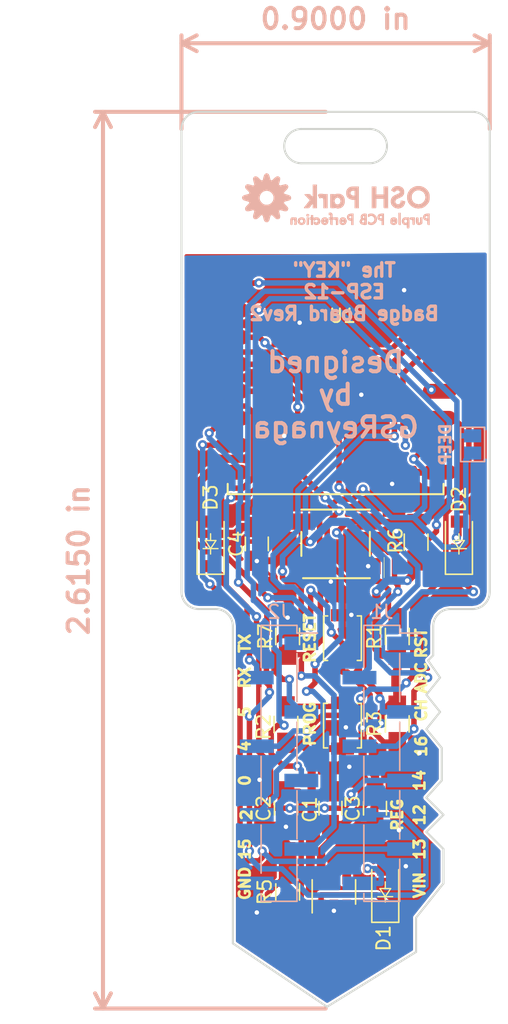
<source format=kicad_pcb>
(kicad_pcb (version 20171130) (host pcbnew 5.0-dev-unknown-d043ef5~62~ubuntu16.04.1)
  (layers (0 F.Cu signal) (31 B.Cu signal) (34 B.Paste user) (35 F.Paste user) (36 B.SilkS user) (37 F.SilkS user) (38 B.Mask user) (39 F.Mask user) (44 Edge.Cuts user))
  (net 0 "")
  (net 1 /ADC)
  (net 2 /CH_PD)
  (net 3 /GPIO16)
  (net 4 /GPIO14)
  (net 5 /GPIO12)
  (net 6 /GPIO13)
  (net 7 /3.3V)
  (net 8 /GND)
  (net 9 /GPIO15)
  (net 10 /GPIO2)
  (net 11 /GPIO0)
  (net 12 /GPIO4)
  (net 13 /GPIO5)
  (net 14 /RXD)
  (net 15 /TXD)
  (net 16 "Net-(U2-Pad4)")
  (net 17 "Net-(C2-Pad1)")
  (net 18 /VIN)
  (net 19 "Net-(R5-Pad2)")
  (net 20 /RESET_5V)
  (net 21 /RESET)
  (net 22 /RXD_5V)
  (net 23 "Net-(LED1-Pad4)")
  (net 24 /GPIO)
  (module Pin_Headers:Pin_Header_Straight_1x08_Pitch2.54mm_SMD_Pin1Left (layer B.Cu) (at 136.775 92.71 180)
    (fp_text reference J2 (at 0 11.22 180) (layer B.SilkS) (effects (justify mirror)))
    (fp_text value CONN_01X08)
    (pad 8 smd rect (at 1.655 -8.89 180) (size 2.51 1) (layers B.Cu B.Paste B.Mask) (net 8 /GND))
    (pad 6 smd rect (at 1.655 -3.81 180) (size 2.51 1) (layers B.Cu B.Paste B.Mask) (net 10 /GPIO2))
    (pad 4 smd rect (at 1.655 1.27 180) (size 2.51 1) (layers B.Cu B.Paste B.Mask) (net 12 /GPIO4))
    (pad 2 smd rect (at 1.655 6.35 180) (size 2.51 1) (layers B.Cu B.Paste B.Mask) (net 22 /RXD_5V))
    (pad 7 smd rect (at -1.655 -6.35 180) (size 2.51 1) (layers B.Cu B.Paste B.Mask) (net 9 /GPIO15))
    (pad 5 smd rect (at -1.655 -1.27 180) (size 2.51 1) (layers B.Cu B.Paste B.Mask) (net 11 /GPIO0))
    (pad 3 smd rect (at -1.655 3.81 180) (size 2.51 1) (layers B.Cu B.Paste B.Mask) (net 13 /GPIO5))
    (pad 1 smd rect (at -1.655 8.89 180) (size 2.51 1) (layers B.Cu B.Paste B.Mask) (net 15 /TXD))
  )
  (module ESP8266:ESP-12S_SMD (layer F.Cu) (at 133.985 57.15)
    (fp_text reference U1 (at 7.493 2.413) (layer F.SilkS))
    (fp_text value ESP-12)
    (pad 1 smd rect (at 0 0) (size 2.5 1.1) (drill (offset -0.7 0)) (layers F.Cu F.Paste F.Mask) (net 21 /RESET))
    (pad 2 smd oval (at 0 2) (size 2.5 1.1) (drill (offset -0.7 0)) (layers F.Cu F.Paste F.Mask) (net 1 /ADC))
    (pad 3 smd oval (at 0 4) (size 2.5 1.1) (drill (offset -0.7 0)) (layers F.Cu F.Paste F.Mask) (net 2 /CH_PD))
    (pad 4 smd oval (at 0 6) (size 2.5 1.1) (drill (offset -0.7 0)) (layers F.Cu F.Paste F.Mask) (net 3 /GPIO16))
    (pad 5 smd oval (at 0 8) (size 2.5 1.1) (drill (offset -0.7 0)) (layers F.Cu F.Paste F.Mask) (net 4 /GPIO14))
    (pad 6 smd oval (at 0 10) (size 2.5 1.1) (drill (offset -0.7 0)) (layers F.Cu F.Paste F.Mask) (net 5 /GPIO12))
    (pad 7 smd oval (at 0 12) (size 2.5 1.1) (drill (offset -0.7 0)) (layers F.Cu F.Paste F.Mask) (net 6 /GPIO13))
    (pad 8 smd oval (at 0 14) (size 2.5 1.1) (drill (offset -0.7 0)) (layers F.Cu F.Paste F.Mask) (net 7 /3.3V))
    (pad 9 smd oval (at 14 14) (size 2.5 1.1) (drill (offset 0.7 0)) (layers F.Cu F.Paste F.Mask) (net 8 /GND))
    (pad 10 smd oval (at 14 12) (size 2.5 1.1) (drill (offset 0.6 0)) (layers F.Cu F.Paste F.Mask) (net 9 /GPIO15))
    (pad 11 smd oval (at 14 10) (size 2.5 1.1) (drill (offset 0.7 0)) (layers F.Cu F.Paste F.Mask) (net 10 /GPIO2))
    (pad 12 smd oval (at 14 8) (size 2.5 1.1) (drill (offset 0.7 0)) (layers F.Cu F.Paste F.Mask) (net 11 /GPIO0))
    (pad 13 smd oval (at 14 6) (size 2.5 1.1) (drill (offset 0.7 0)) (layers F.Cu F.Paste F.Mask) (net 12 /GPIO4))
    (pad 14 smd oval (at 14 4) (size 2.5 1.1) (drill (offset 0.7 0)) (layers F.Cu F.Paste F.Mask) (net 13 /GPIO5))
    (pad 15 smd oval (at 14 2) (size 2.5 1.1) (drill (offset 0.7 0)) (layers F.Cu F.Paste F.Mask) (net 14 /RXD))
    (pad 16 smd oval (at 14 0) (size 2.5 1.1) (drill (offset 0.7 0)) (layers F.Cu F.Paste F.Mask) (net 15 /TXD))
  )
  (module Capacitors_SMD:C_0805_HandSoldering (layer F.Cu) (at 140.589 96.032 90)
    (fp_text reference C1 (at -0.107 -1.524 90) (layer F.SilkS))
    (fp_text value 1uF)
    (pad 2 smd rect (at 1.25 0 90) (size 1.5 1.25) (layers F.Cu F.Paste F.Mask) (net 8 /GND))
    (pad 1 smd rect (at -1.25 0 90) (size 1.5 1.25) (layers F.Cu F.Paste F.Mask) (net 7 /3.3V))
  )
  (module Resistors_SMD:R_0805_HandSoldering (layer F.Cu) (at 145.542 83.312 90)
    (fp_text reference R1 (at 0 -1.7 90) (layer F.SilkS))
    (fp_text value 10k)
    (pad 2 smd rect (at 1.35 0 90) (size 1.5 1.3) (layers F.Cu F.Paste F.Mask) (net 2 /CH_PD))
    (pad 1 smd rect (at -1.35 0 90) (size 1.5 1.3) (layers F.Cu F.Paste F.Mask) (net 7 /3.3V))
  )
  (module Resistors_SMD:R_0805_HandSoldering (layer F.Cu) (at 137.287 89.836 270)
    (fp_text reference R2 (at 0.174 1.651 270) (layer F.SilkS))
    (fp_text value 10k)
    (pad 1 smd rect (at -1.35 0 270) (size 1.5 1.3) (layers F.Cu F.Paste F.Mask) (net 24 /GPIO))
    (pad 2 smd rect (at 1.35 0 270) (size 1.5 1.3) (layers F.Cu F.Paste F.Mask) (net 7 /3.3V))
  )
  (module Resistors_SMD:R_0805_HandSoldering (layer F.Cu) (at 145.542 89.789 90)
    (fp_text reference R3 (at 0 -1.7 90) (layer F.SilkS))
    (fp_text value 10k)
    (pad 2 smd rect (at 1.35 0 90) (size 1.5 1.3) (layers F.Cu F.Paste F.Mask) (net 7 /3.3V))
    (pad 1 smd rect (at -1.35 0 90) (size 1.5 1.3) (layers F.Cu F.Paste F.Mask) (net 21 /RESET))
  )
  (module TO_SOT_Packages_SMD:SOT-23-5_HandSoldering (layer F.Cu) (at 140.843 102.235 90)
    (fp_text reference U2 hide)
    (fp_text value AP2112K-3.3TRG1)
    (pad 5 smd rect (at 1.35 -0.95 90) (size 1.56 0.65) (layers F.Cu F.Paste F.Mask) (net 7 /3.3V))
    (pad 4 smd rect (at 1.35 0.95 90) (size 1.56 0.65) (layers F.Cu F.Paste F.Mask) (net 16 "Net-(U2-Pad4)"))
    (pad 3 smd rect (at -1.35 0.95 90) (size 1.56 0.65) (layers F.Cu F.Paste F.Mask) (net 19 "Net-(R5-Pad2)"))
    (pad 2 smd rect (at -1.35 0 90) (size 1.56 0.65) (layers F.Cu F.Paste F.Mask) (net 8 /GND))
    (pad 1 smd rect (at -1.35 -0.95 90) (size 1.56 0.65) (layers F.Cu F.Paste F.Mask) (net 17 "Net-(C2-Pad1)"))
  )
  (module Capacitors_SMD:C_0805_HandSoldering (layer F.Cu) (at 137.287 96.032 270)
    (fp_text reference C2 (at 0.02 1.651 270) (layer F.SilkS))
    (fp_text value 10uF)
    (pad 1 smd rect (at -1.25 0 270) (size 1.5 1.25) (layers F.Cu F.Paste F.Mask) (net 17 "Net-(C2-Pad1)"))
    (pad 2 smd rect (at 1.25 0 270) (size 1.5 1.25) (layers F.Cu F.Paste F.Mask) (net 8 /GND))
  )
  (module Capacitors_SMD:C_0805_HandSoldering (layer F.Cu) (at 143.891 96.032 270)
    (fp_text reference C3 (at 0.02 1.651 270) (layer F.SilkS))
    (fp_text value 10uF)
    (pad 2 smd rect (at 1.25 0 270) (size 1.5 1.25) (layers F.Cu F.Paste F.Mask) (net 8 /GND))
    (pad 1 smd rect (at -1.25 0 270) (size 1.5 1.25) (layers F.Cu F.Paste F.Mask) (net 7 /3.3V))
  )
  (module Resistors_SMD:R_0805_HandSoldering (layer F.Cu) (at 137.414 102.235 90)
    (fp_text reference R5 (at 0 -1.7 90) (layer F.SilkS))
    (fp_text value 10k)
    (pad 2 smd rect (at 1.35 0 90) (size 1.5 1.3) (layers F.Cu F.Paste F.Mask) (net 19 "Net-(R5-Pad2)"))
    (pad 1 smd rect (at -1.35 0 90) (size 1.5 1.3) (layers F.Cu F.Paste F.Mask) (net 17 "Net-(C2-Pad1)"))
  )
  (module Connectors:GS2 (layer B.Cu) (at 151.13 69.088 180)
    (fp_text reference J3 hide)
    (fp_text value GS2)
    (pad 2 smd rect (at 0 -0.64 180) (size 1.27 0.97) (layers B.Cu B.Paste B.Mask) (net 9 /GPIO15))
    (pad 1 smd rect (at 0 0.64 180) (size 1.27 0.97) (layers B.Cu B.Paste B.Mask) (net 21 /RESET))
  )
  (module Pin_Headers:Pin_Header_Straight_1x08_Pitch2.54mm_SMD_Pin1Left (layer B.Cu) (at 144.395 92.71 180)
    (fp_text reference J1 (at 0 11.22 180) (layer B.SilkS) (effects (justify mirror)))
    (fp_text value CONN_01X08)
    (pad 8 smd rect (at 1.655 -8.89 180) (size 2.51 1) (layers B.Cu B.Paste B.Mask) (net 18 /VIN))
    (pad 6 smd rect (at 1.655 -3.81 180) (size 2.51 1) (layers B.Cu B.Paste B.Mask) (net 5 /GPIO12))
    (pad 4 smd rect (at 1.655 1.27 180) (size 2.51 1) (layers B.Cu B.Paste B.Mask) (net 3 /GPIO16))
    (pad 2 smd rect (at 1.655 6.35 180) (size 2.51 1) (layers B.Cu B.Paste B.Mask) (net 1 /ADC))
    (pad 7 smd rect (at -1.655 -6.35 180) (size 2.51 1) (layers B.Cu B.Paste B.Mask) (net 6 /GPIO13))
    (pad 5 smd rect (at -1.655 -1.27 180) (size 2.51 1) (layers B.Cu B.Paste B.Mask) (net 4 /GPIO14))
    (pad 3 smd rect (at -1.655 3.81 180) (size 2.51 1) (layers B.Cu B.Paste B.Mask) (net 2 /CH_PD))
    (pad 1 smd rect (at -1.655 8.89 180) (size 2.51 1) (layers B.Cu B.Paste B.Mask) (net 20 /RESET_5V))
  )
  (module OSHwi:D_SOD-123 (layer F.Cu) (at 144.653 102.235 90)
    (fp_text reference D1 (at -3.429 -0.127 90) (layer F.SilkS))
    (fp_text value MBR120LSFT1G hide)
    (pad 1 smd rect (at -1.65 0 90) (size 0.9 1.2) (layers F.Cu F.Paste F.Mask) (net 17 "Net-(C2-Pad1)"))
    (pad 2 smd rect (at 1.65 0 90) (size 0.9 1.2) (layers F.Cu F.Paste F.Mask) (net 18 /VIN))
  )
  (module OSHwi:D_SOD-123 (layer F.Cu) (at 150.114 76.454 90)
    (fp_text reference D2 (at 3.302 0 90) (layer F.SilkS))
    (fp_text value 1N4148 hide)
    (pad 1 smd rect (at -1.65 0 90) (size 0.9 1.2) (layers F.Cu F.Paste F.Mask) (net 20 /RESET_5V))
    (pad 2 smd rect (at 1.65 0 90) (size 0.9 1.2) (layers F.Cu F.Paste F.Mask) (net 21 /RESET))
  )
  (module OSHwi:D_SOD-123 (layer F.Cu) (at 131.699 76.454 90)
    (fp_text reference D3 (at 3.429 0 90) (layer F.SilkS))
    (fp_text value 1N4148 hide)
    (pad 1 smd rect (at -1.65 0 90) (size 0.9 1.2) (layers F.Cu F.Paste F.Mask) (net 22 /RXD_5V))
    (pad 2 smd rect (at 1.65 0 90) (size 0.9 1.2) (layers F.Cu F.Paste F.Mask) (net 14 /RXD))
  )
  (module Resistors_SMD:R_0805_HandSoldering (layer F.Cu) (at 146.939 76.327 90)
    (fp_text reference R6 (at 0.127 -1.524 90) (layer F.SilkS))
    (fp_text value 10k)
    (pad 2 smd rect (at 1.35 0 90) (size 1.5 1.3) (layers F.Cu F.Paste F.Mask) (net 10 /GPIO2))
    (pad 1 smd rect (at -1.35 0 90) (size 1.5 1.3) (layers F.Cu F.Paste F.Mask) (net 7 /3.3V))
  )
  (module Resistors_SMD:R_0805_HandSoldering (layer F.Cu) (at 137.414 83.312 270)
    (fp_text reference R7 (at 0 1.651 270) (layer F.SilkS))
    (fp_text value 10k)
    (pad 2 smd rect (at 1.35 0 270) (size 1.5 1.3) (layers F.Cu F.Paste F.Mask) (net 9 /GPIO15))
    (pad 1 smd rect (at -1.35 0 270) (size 1.5 1.3) (layers F.Cu F.Paste F.Mask) (net 8 /GND))
  )
  (module Capacitors_SMD:C_0805_HandSoldering (layer F.Cu) (at 135.128 76.454 270)
    (fp_text reference C4 (at 0 1.524 270) (layer F.SilkS))
    (fp_text value 0.1uF)
    (pad 2 smd rect (at 1.25 0 270) (size 1.5 1.25) (layers F.Cu F.Paste F.Mask) (net 8 /GND))
    (pad 1 smd rect (at -1.25 0 270) (size 1.5 1.25) (layers F.Cu F.Paste F.Mask) (net 7 /3.3V))
  )
  (module OSHwi:WS2812B (layer F.Cu) (at 140.97 76.454)
    (fp_text reference LED1)
    (fp_text value LED-RGB-WS2812B-4SMD hide)
    (pad 1 smd rect (at 2.4384 1.651) (size 1.8 1.2) (layers F.Cu F.Paste F.Mask) (net 8 /GND))
    (pad 2 smd rect (at 2.4384 -1.651) (size 1.8 1.2) (layers F.Cu F.Paste F.Mask) (net 10 /GPIO2))
    (pad 3 smd rect (at -2.4384 -1.651) (size 1.8 1.2) (layers F.Cu F.Paste F.Mask) (net 7 /3.3V))
    (pad 4 smd rect (at -2.4384 1.651) (size 1.8 1.2) (layers F.Cu F.Paste F.Mask) (net 23 "Net-(LED1-Pad4)"))
  )
  (module OSHwi:SW_SPST_B3U-1000P (layer F.Cu) (at 141.478 83.439 90)
    (fp_text reference RESET1 hide)
    (fp_text value Switch hide)
    (pad 2 smd rect (at 1.7 0 90) (size 0.9 1.7) (layers F.Cu F.Paste F.Mask) (net 8 /GND))
    (pad 1 smd rect (at -1.7 0 90) (size 0.9 1.7) (layers F.Cu F.Paste F.Mask) (net 21 /RESET))
  )
  (module OSHwi:SW_SPST_B3U-1000P (layer F.Cu) (at 141.478 89.916 270)
    (fp_text reference USER/PROG1 hide)
    (fp_text value Switch hide)
    (pad 1 smd rect (at -1.7 0 270) (size 0.9 1.7) (layers F.Cu F.Paste F.Mask) (net 24 /GPIO))
    (pad 2 smd rect (at 1.7 0 270) (size 0.9 1.7) (layers F.Cu F.Paste F.Mask) (net 8 /GND))
  )
  (module varios:OSHpark-1-2000 (layer B.Cu) (at 135.89 50.8 180)
    (fp_text reference G3*** hide)
    (fp_text value LOGO3 hide)
  )
  (module varios:OSHpark-2-1800 (layer B.Cu) (at 142.875 51.435 180)
    (fp_text reference G2*** hide)
    (fp_text value LOGO2 hide)
  )
  (gr_text PROG (at 139.065 89.789 90) (layer F.SilkS) (effects (font (size 0.8 0.8) (thickness 0.2))))
  (gr_text RESET (at 139.065 83.439 90) (layer F.SilkS) (effects (font (size 0.8 0.8) (thickness 0.2))))
  (gr_line (start 148.844 91.567) (end 147.701 90.17) (layer Edge.Cuts) (width 0.15))
  (gr_line (start 146.939 104.14) (end 146.939 106.68) (layer Edge.Cuts) (width 0.15))
  (gr_line (start 146.939 106.68) (end 140.335 110.744) (layer Edge.Cuts) (width 0.15))
  (gr_line (start 147.955 102.87) (end 146.939 104.14) (layer Edge.Cuts) (width 0.15))
  (gr_line (start 148.844 93.98) (end 148.844 91.567) (layer Edge.Cuts) (width 0.15))
  (gr_line (start 148.971 99.06) (end 148.971 101.6) (layer Edge.Cuts) (width 0.15))
  (dimension 66.421 (width 0.3) (layer B.SilkS) (gr_text "66.421 mm" (at 122.370365 77.6605 90) (layer B.SilkS) (effects (font (size 1.5 1.5) (thickness 0.3)))) (feature1 (pts (xy 140.230365 44.45) (xy 121.020365 44.45))) (feature2 (pts (xy 140.230365 110.871) (xy 121.020365 110.871))) (crossbar (pts (xy 123.720365 110.871) (xy 123.720365 44.45))) (arrow1a (pts (xy 123.720365 44.45) (xy 124.306786 45.576504))) (arrow1b (pts (xy 123.720365 44.45) (xy 123.133944 45.576504))) (arrow2a (pts (xy 123.720365 110.871) (xy 124.306786 109.744496))) (arrow2b (pts (xy 123.720365 110.871) (xy 123.133944 109.744496))))
  (dimension 22.86 (width 0.3) (layer B.SilkS) (gr_text "22.860 mm" (at 140.97 38.02) (layer B.SilkS) (effects (font (size 1.5 1.5) (thickness 0.3)))) (feature1 (pts (xy 152.4 45.72) (xy 152.4 36.67))) (feature2 (pts (xy 129.54 45.72) (xy 129.54 36.67))) (crossbar (pts (xy 129.54 39.37) (xy 152.4 39.37))) (arrow1a (pts (xy 152.4 39.37) (xy 151.273496 39.956421))) (arrow1b (pts (xy 152.4 39.37) (xy 151.273496 38.783579))) (arrow2a (pts (xy 129.54 39.37) (xy 130.666504 39.956421))) (arrow2b (pts (xy 129.54 39.37) (xy 130.666504 38.783579))))
  (gr_line (start 143.51 48.26) (end 138.43 48.26) (layer Edge.Cuts) (width 0.15))
  (gr_line (start 138.43 45.72) (end 143.51 45.72) (layer Edge.Cuts) (width 0.15))
  (gr_arc (start 143.51 46.99) (end 143.51 48.26) (angle -180) (layer Edge.Cuts) (width 0.15))
  (gr_arc (start 138.43 46.99) (end 138.43 45.72) (angle -180) (layer Edge.Cuts) (width 0.15))
  (gr_line (start 129.54 46.99) (end 129.54 45.72) (layer Edge.Cuts) (width 0.15))
  (gr_line (start 152.4 45.72) (end 152.4 46.99) (layer Edge.Cuts) (width 0.15))
  (gr_line (start 129.54 57.15) (end 129.54 46.99) (layer Edge.Cuts) (width 0.15))
  (gr_line (start 152.4 46.99) (end 152.4 57.15) (layer Edge.Cuts) (width 0.15))
  (gr_line (start 133.35 103.505) (end 133.35 106.045) (layer Edge.Cuts) (width 0.15))
  (gr_text REG (at 145.542 96.52 90) (layer F.SilkS) (effects (font (size 0.8 0.8) (thickness 0.2))))
  (gr_text DEEP (at 149.098 69.088 90) (layer B.SilkS) (effects (font (size 0.8 0.8) (thickness 0.2)) (justify mirror)))
  (gr_line (start 147.828 85.09) (end 148.209 84.709) (layer Edge.Cuts) (width 0.15))
  (gr_line (start 148.717 86.36) (end 147.828 85.09) (layer Edge.Cuts) (width 0.15))
  (gr_line (start 147.701 87.63) (end 148.717 86.36) (layer Edge.Cuts) (width 0.15))
  (gr_line (start 148.717 88.9) (end 147.701 87.63) (layer Edge.Cuts) (width 0.15))
  (gr_line (start 147.701 90.17) (end 148.717 88.9) (layer Edge.Cuts) (width 0.15))
  (gr_line (start 147.701 95.25) (end 148.844 93.98) (layer Edge.Cuts) (width 0.15))
  (gr_line (start 148.971 96.52) (end 147.701 95.25) (layer Edge.Cuts) (width 0.15))
  (gr_line (start 147.701 97.79) (end 148.971 96.52) (layer Edge.Cuts) (width 0.15))
  (gr_line (start 148.971 99.06) (end 147.701 97.79) (layer Edge.Cuts) (width 0.15))
  (gr_line (start 148.971 101.6) (end 147.955 102.87) (layer Edge.Cuts) (width 0.15))
  (gr_line (start 149.479 81.28) (end 151.13 81.28) (layer Edge.Cuts) (width 0.15))
  (gr_line (start 133.35 106.045) (end 140.335 110.744) (layer Edge.Cuts) (width 0.15))
  (gr_line (start 133.35 82.55) (end 133.35 103.505) (layer Edge.Cuts) (width 0.15))
  (gr_line (start 130.81 81.28) (end 132.08 81.28) (layer Edge.Cuts) (width 0.15))
  (gr_line (start 129.54 57.15) (end 129.54 80.01) (layer Edge.Cuts) (width 0.15))
  (gr_line (start 151.13 44.45) (end 130.81 44.45) (layer Edge.Cuts) (width 0.15))
  (gr_line (start 152.4 80.01) (end 152.4 57.15) (layer Edge.Cuts) (width 0.15))
  (gr_line (start 148.209 84.709) (end 148.209 82.55) (layer Edge.Cuts) (width 0.15))
  (gr_arc (start 149.479 82.55) (end 149.479 81.28) (angle -90) (layer Edge.Cuts) (width 0.15))
  (gr_arc (start 132.08 82.55) (end 133.35 82.55) (angle -90) (layer Edge.Cuts) (width 0.15))
  (gr_arc (start 130.81 80.01) (end 129.54 80.01) (angle -90) (layer Edge.Cuts) (width 0.15))
  (gr_arc (start 130.81 45.72) (end 130.81 44.45) (angle -90) (layer Edge.Cuts) (width 0.15))
  (gr_arc (start 151.13 45.72) (end 152.4 45.72) (angle -90) (layer Edge.Cuts) (width 0.15))
  (gr_arc (start 151.13 80.01) (end 151.13 81.28) (angle -90) (layer Edge.Cuts) (width 0.15))
  (gr_text GND (at 134.239 101.6 90) (layer F.SilkS) (effects (font (size 0.8 0.8) (thickness 0.2))))
  (gr_text 15 (at 134.239 99.06 90) (layer F.SilkS) (effects (font (size 0.8 0.8) (thickness 0.2))))
  (gr_text 2 (at 134.366 96.52 90) (layer F.SilkS) (effects (font (size 0.8 0.8) (thickness 0.2))))
  (gr_text VIN (at 147.193 101.727 90) (layer F.SilkS) (effects (font (size 0.8 0.8) (thickness 0.2))))
  (gr_text 13 (at 147.193 99.06 90) (layer F.SilkS) (effects (font (size 0.8 0.8) (thickness 0.2))))
  (gr_text 12 (at 147.193 96.52 90) (layer F.SilkS) (effects (font (size 0.8 0.8) (thickness 0.2))))
  (gr_text 14 (at 147.193 93.98 90) (layer F.SilkS) (effects (font (size 0.8 0.8) (thickness 0.2))))
  (gr_text 16 (at 147.32 91.44 90) (layer F.SilkS) (effects (font (size 0.8 0.8) (thickness 0.2))))
  (gr_text CH (at 147.32 88.773 90) (layer F.SilkS) (effects (font (size 0.8 0.8) (thickness 0.2))))
  (gr_text 0 (at 134.239 93.98 90) (layer F.SilkS) (effects (font (size 0.8 0.8) (thickness 0.2))))
  (gr_text 4 (at 134.239 91.44 90) (layer F.SilkS) (effects (font (size 0.8 0.8) (thickness 0.2))))
  (gr_text 5 (at 134.239 88.9 90) (layer F.SilkS) (effects (font (size 0.8 0.8) (thickness 0.2))))
  (gr_text RX (at 134.239 86.36 90) (layer F.SilkS) (effects (font (size 0.8 0.8) (thickness 0.2))))
  (gr_text TX (at 134.239 83.82 90) (layer F.SilkS) (effects (font (size 0.8 0.8) (thickness 0.2))))
  (gr_text ADC (at 147.32 86.36 90) (layer F.SilkS) (effects (font (size 0.8 0.8) (thickness 0.2))))
  (gr_text "The \"KEY\"\nESP-12\nBadge Board Rev2" (at 141.605 57.785) (layer B.SilkS) (effects (font (size 1 1) (thickness 0.25)) (justify mirror)))
  (gr_text RST (at 147.32 83.82 90) (layer F.SilkS) (effects (font (size 0.8 0.8) (thickness 0.2))))
  (gr_text "Designed\nby\nGSReynaga" (at 140.97 65.405) (layer B.SilkS) (effects (font (size 1.5 1.5) (thickness 0.3)) (justify mirror)))
  (segment (start 145.58517 79.510337) (end 145.58517 79.99527) (width 0.406) (layer F.Cu) (net 1))
  (segment (start 145.3388 79.263967) (end 145.58517 79.510337) (width 0.406) (layer F.Cu) (net 1))
  (segment (start 147.700293 76.2762) (end 146.2532 76.2762) (width 0.406) (layer F.Cu) (net 1))
  (segment (start 146.2532 76.2762) (end 145.3388 77.1906) (width 0.406) (layer F.Cu) (net 1))
  (segment (start 148.448975 75.042585) (end 148.448975 75.527518) (width 0.406) (layer F.Cu) (net 1))
  (segment (start 148.448975 75.527518) (end 147.700293 76.2762) (width 0.406) (layer F.Cu) (net 1))
  (segment (start 145.3388 77.1906) (end 145.3388 79.263967) (width 0.406) (layer F.Cu) (net 1))
  (segment (start 149.40589 67.36389) (end 149.40589 73.600737) (width 0.406) (layer B.Cu) (net 1))
  (segment (start 140.335 58.293) (end 149.40589 67.36389) (width 0.406) (layer B.Cu) (net 1))
  (segment (start 136.1132 58.293) (end 140.335 58.293) (width 0.406) (layer B.Cu) (net 1))
  (segment (start 135.2818 59.1244) (end 136.1132 58.293) (width 0.406) (layer B.Cu) (net 1))
  (segment (start 149.40589 73.600737) (end 148.448975 74.557652) (width 0.406) (layer B.Cu) (net 1))
  (segment (start 148.448975 74.557652) (end 148.448975 75.042585) (width 0.406) (layer B.Cu) (net 1))
  (segment (start 142.74 86.36) (end 143.4592 85.6408) (width 0.406) (layer B.Cu) (net 1))
  (segment (start 143.4592 85.6408) (end 143.4592 82.12124) (width 0.406) (layer B.Cu) (net 1))
  (segment (start 143.4592 82.12124) (end 145.242271 80.338169) (width 0.406) (layer B.Cu) (net 1))
  (segment (start 145.242271 80.338169) (end 145.58517 79.99527) (width 0.406) (layer B.Cu) (net 1))
  (via (at 145.58517 79.99527) (size 0.6858) (drill 0.3302) (layers F.Cu B.Cu) (net 1))
  (segment (start 140.398697 76.408188) (end 140.345412 76.354903) (width 0.406) (layer F.Cu) (net 2))
  (via (at 140.19532 73.04037) (size 0.6858) (drill 0.3302) (layers F.Cu B.Cu) (net 2))
  (segment (start 140.398697 77.764597) (end 140.398697 76.408188) (width 0.406) (layer F.Cu) (net 2))
  (segment (start 139.852421 72.697471) (end 140.19532 73.04037) (width 0.406) (layer F.Cu) (net 2))
  (segment (start 141.226153 74.020566) (end 140.245957 73.04037) (width 0.406) (layer B.Cu) (net 2))
  (segment (start 140.883254 74.363465) (end 141.226153 74.020566) (width 0.406) (layer F.Cu) (net 2))
  (segment (start 138.159 66.3112) (end 138.159 71.00405) (width 0.406) (layer F.Cu) (net 2))
  (segment (start 140.345412 74.901307) (end 140.883254 74.363465) (width 0.406) (layer F.Cu) (net 2))
  (segment (start 143.2956 80.6615) (end 140.398697 77.764597) (width 0.406) (layer F.Cu) (net 2))
  (via (at 141.226153 74.020566) (size 0.6858) (drill 0.3302) (layers F.Cu B.Cu) (net 2))
  (segment (start 140.245957 73.04037) (end 140.19532 73.04037) (width 0.406) (layer B.Cu) (net 2))
  (segment (start 138.159 71.00405) (end 139.852421 72.697471) (width 0.406) (layer F.Cu) (net 2))
  (segment (start 140.345412 76.354903) (end 140.345412 74.901307) (width 0.406) (layer F.Cu) (net 2))
  (segment (start 143.2956 80.6615) (end 143.2956 79.6833) (width 0.406) (layer F.Cu) (net 2))
  (segment (start 144.886869 79.849169) (end 144.886869 81.306869) (width 0.406) (layer F.Cu) (net 2))
  (segment (start 143.7531 79.2258) (end 144.2635 79.2258) (width 0.406) (layer F.Cu) (net 2))
  (segment (start 144.886869 81.306869) (end 145.542 81.962) (width 0.406) (layer F.Cu) (net 2))
  (segment (start 143.2956 79.6833) (end 143.7531 79.2258) (width 0.406) (layer F.Cu) (net 2))
  (segment (start 144.2635 79.2258) (end 144.886869 79.849169) (width 0.406) (layer F.Cu) (net 2))
  (segment (start 146.304 80.264) (end 147.066 79.502) (width 0.4064) (layer B.Cu) (net 3))
  (segment (start 147.066 79.502) (end 147.066 78.105) (width 0.4064) (layer B.Cu) (net 3))
  (segment (start 147.066 78.105) (end 146.2278 77.2668) (width 0.4064) (layer B.Cu) (net 3))
  (segment (start 146.2278 77.2668) (end 141.566899 72.605899) (width 0.406) (layer B.Cu) (net 3))
  (segment (start 141.566899 72.605899) (end 141.224 72.263) (width 0.406) (layer B.Cu) (net 3))
  (segment (start 144.018 82.55) (end 146.304 80.264) (width 0.406) (layer B.Cu) (net 3))
  (segment (start 144.018 84.963) (end 144.018 82.55) (width 0.406) (layer B.Cu) (net 3))
  (segment (start 147.455901 86.008801) (end 145.063801 86.008801) (width 0.406) (layer B.Cu) (net 3))
  (segment (start 147.7988 86.3517) (end 147.455901 86.008801) (width 0.406) (layer B.Cu) (net 3))
  (segment (start 145.063801 86.008801) (end 144.018 84.963) (width 0.406) (layer B.Cu) (net 3))
  (segment (start 132.867211 79.603411) (end 134.759701 81.495901) (width 0.406) (layer B.Cu) (net 4))
  (segment (start 135.278823 91.870815) (end 135.278823 82.499956) (width 0.4064) (layer F.Cu) (net 4))
  (segment (start 135.278823 82.499956) (end 135.1026 82.323733) (width 0.4064) (layer F.Cu) (net 4))
  (segment (start 135.1026 82.323733) (end 135.1026 81.8388) (width 0.4064) (layer F.Cu) (net 4))
  (segment (start 132.867211 73.367899) (end 132.867211 79.603411) (width 0.406) (layer B.Cu) (net 4))
  (segment (start 136.144 95.885) (end 136.144 92.735992) (width 0.4064) (layer F.Cu) (net 4))
  (segment (start 134.759701 81.495901) (end 135.1026 81.8388) (width 0.406) (layer B.Cu) (net 4))
  (segment (start 133.21011 73.025) (end 132.867211 73.367899) (width 0.406) (layer B.Cu) (net 4))
  (via (at 135.1026 81.8388) (size 0.6858) (drill 0.3302) (layers F.Cu B.Cu) (net 4))
  (segment (start 136.672 96.032) (end 136.291 96.032) (width 0.4064) (layer F.Cu) (net 4))
  (segment (start 136.291 96.032) (end 136.144 95.885) (width 0.4064) (layer F.Cu) (net 4))
  (segment (start 136.144 92.735992) (end 135.278823 91.870815) (width 0.4064) (layer F.Cu) (net 4))
  (via (at 133.21011 73.025) (size 0.6858) (drill 0.3302) (layers F.Cu B.Cu) (net 4))
  (segment (start 134.342933 73.025) (end 133.695043 73.025) (width 0.406) (layer F.Cu) (net 4))
  (segment (start 133.985 65.15) (end 134.8907 65.15) (width 0.406) (layer F.Cu) (net 4))
  (segment (start 135.4976 65.7569) (end 135.4976 71.870333) (width 0.406) (layer F.Cu) (net 4))
  (segment (start 134.8907 65.15) (end 135.4976 65.7569) (width 0.406) (layer F.Cu) (net 4))
  (segment (start 133.695043 73.025) (end 133.21011 73.025) (width 0.406) (layer F.Cu) (net 4))
  (segment (start 135.4976 71.870333) (end 134.342933 73.025) (width 0.406) (layer F.Cu) (net 4))
  (segment (start 135.876013 81.400647) (end 135.876013 83.130724) (width 0.406) (layer F.Cu) (net 5))
  (segment (start 135.876013 83.130724) (end 135.837434 83.169303) (width 0.406) (layer F.Cu) (net 5))
  (segment (start 136.06641 86.968634) (end 136.06641 87.453567) (width 0.406) (layer F.Cu) (net 5))
  (segment (start 133.768521 79.293155) (end 135.876013 81.400647) (width 0.406) (layer F.Cu) (net 5))
  (segment (start 135.837434 86.739658) (end 136.06641 86.968634) (width 0.406) (layer F.Cu) (net 5))
  (segment (start 135.837434 83.169303) (end 135.837434 86.739658) (width 0.406) (layer F.Cu) (net 5))
  (segment (start 134.58032 89.2334) (end 136.06641 87.74731) (width 0.406) (layer B.Cu) (net 5))
  (segment (start 136.06641 87.74731) (end 136.06641 87.453567) (width 0.406) (layer B.Cu) (net 5))
  (via (at 136.06641 87.453567) (size 0.6858) (drill 0.3302) (layers F.Cu B.Cu) (net 5))
  (segment (start 133.908412 73.360186) (end 133.768521 73.500077) (width 0.406) (layer B.Cu) (net 5))
  (segment (start 133.908412 70.916412) (end 133.908412 73.360186) (width 0.406) (layer B.Cu) (net 5))
  (segment (start 131.5974 68.6054) (end 133.908412 70.916412) (width 0.406) (layer B.Cu) (net 5))
  (segment (start 133.768521 78.808222) (end 133.768521 79.293155) (width 0.406) (layer B.Cu) (net 5))
  (segment (start 131.5974 68.2498) (end 131.5974 68.6054) (width 0.406) (layer B.Cu) (net 5))
  (segment (start 133.768521 73.500077) (end 133.768521 78.808222) (width 0.406) (layer B.Cu) (net 5))
  (via (at 133.768521 79.293155) (size 0.6858) (drill 0.3302) (layers F.Cu B.Cu) (net 5))
  (segment (start 133.985 67.15) (end 132.6972 67.15) (width 0.406) (layer F.Cu) (net 5))
  (segment (start 132.6972 67.15) (end 131.940299 67.906901) (width 0.406) (layer F.Cu) (net 5))
  (segment (start 131.940299 67.906901) (end 131.5974 68.2498) (width 0.406) (layer F.Cu) (net 5))
  (via (at 131.5974 68.2498) (size 0.6858) (drill 0.3302) (layers F.Cu B.Cu) (net 5))
  (segment (start 131.991099 79.768699) (end 131.6482 79.4258) (width 0.406) (layer F.Cu) (net 6))
  (segment (start 133.88201 99.59801) (end 133.88201 82.736156) (width 0.406) (layer F.Cu) (net 6))
  (segment (start 134.2146 99.9306) (end 133.88201 99.59801) (width 0.406) (layer F.Cu) (net 6))
  (segment (start 135.5259 99.692433) (end 135.287733 99.9306) (width 0.406) (layer F.Cu) (net 6))
  (segment (start 135.287733 99.9306) (end 134.2146 99.9306) (width 0.406) (layer F.Cu) (net 6))
  (segment (start 135.5259 99.2075) (end 135.5259 99.692433) (width 0.406) (layer F.Cu) (net 6))
  (segment (start 133.845888 82.199541) (end 133.845888 81.623488) (width 0.406) (layer F.Cu) (net 6))
  (segment (start 133.845888 81.623488) (end 131.991099 79.768699) (width 0.406) (layer F.Cu) (net 6))
  (segment (start 133.88201 82.736156) (end 133.903337 82.709413) (width 0.406) (layer F.Cu) (net 6))
  (segment (start 133.903337 82.709413) (end 133.845888 82.199541) (width 0.406) (layer F.Cu) (net 6))
  (via (at 131.6482 79.4258) (size 0.6858) (drill 0.3302) (layers F.Cu B.Cu) (net 6))
  (segment (start 131.1094 69.1114) (end 131.1094 78.887) (width 0.406) (layer B.Cu) (net 6))
  (segment (start 131.1094 78.887) (end 131.305301 79.082901) (width 0.406) (layer B.Cu) (net 6))
  (segment (start 131.305301 79.082901) (end 131.6482 79.4258) (width 0.406) (layer B.Cu) (net 6))
  (segment (start 135.5259 99.2075) (end 136.2846 99.9662) (width 0.406) (layer B.Cu) (net 6))
  (segment (start 136.2846 99.9662) (end 140.0638 99.9662) (width 0.406) (layer B.Cu) (net 6))
  (segment (start 140.0638 99.9662) (end 140.97 99.06) (width 0.406) (layer B.Cu) (net 6))
  (segment (start 140.97 99.06) (end 146.05 99.06) (width 0.406) (layer B.Cu) (net 6))
  (segment (start 144.7292 77.724) (end 141.825868 74.820668) (width 0.6096) (layer B.Cu) (net 7))
  (segment (start 144.7292 79.2435) (end 144.7292 77.724) (width 0.6096) (layer B.Cu) (net 7))
  (segment (start 144.8009 79.1718) (end 144.7292 79.2435) (width 0.6096) (layer B.Cu) (net 7))
  (segment (start 146.2786 79.1718) (end 144.8009 79.1718) (width 0.6096) (layer B.Cu) (net 7))
  (segment (start 141.825868 74.820668) (end 140.571453 74.820668) (width 0.6096) (layer B.Cu) (net 7))
  (segment (start 140.571453 74.820668) (end 139.087474 76.304647) (width 0.6096) (layer B.Cu) (net 7))
  (segment (start 146.939 78.5114) (end 146.939 77.677) (width 0.6096) (layer F.Cu) (net 7))
  (via (at 146.2786 79.1718) (size 0.6858) (drill 0.3302) (layers F.Cu B.Cu) (net 7))
  (segment (start 146.2786 79.1718) (end 146.939 78.5114) (width 0.6096) (layer F.Cu) (net 7))
  (segment (start 144.6022 79.3705) (end 143.9942 79.9785) (width 0.6096) (layer B.Cu) (net 7))
  (segment (start 138.5316 74.803) (end 138.5316 76.0126) (width 0.6096) (layer F.Cu) (net 7))
  (segment (start 138.823647 76.304647) (end 139.087474 76.304647) (width 0.6096) (layer F.Cu) (net 7))
  (via (at 139.087474 76.304647) (size 0.6858) (drill 0.3302) (layers F.Cu B.Cu) (net 7))
  (segment (start 138.5316 76.0126) (end 138.823647 76.304647) (width 0.6096) (layer F.Cu) (net 7))
  (via (at 145.46428 75.51572) (size 0.6858) (drill 0.3302) (layers F.Cu B.Cu) (net 8))
  (via (at 140.6144 79.248) (size 0.6858) (drill 0.3302) (layers F.Cu B.Cu) (net 8))
  (via (at 135.3312 93.9292) (size 0.6858) (drill 0.3302) (layers F.Cu B.Cu) (net 8))
  (via (at 142.1384 81.7118) (size 0.6858) (drill 0.3302) (layers F.Cu B.Cu) (net 8))
  (segment (start 137.287011 79.705211) (end 137.072218 79.705211) (width 0.2032) (layer F.Cu) (net 8))
  (segment (start 137.072218 79.705211) (end 135.470899 78.103892) (width 0.2032) (layer F.Cu) (net 8))
  (segment (start 135.470899 78.103892) (end 135.470899 78.066899) (width 0.2032) (layer F.Cu) (net 8))
  (segment (start 137.766001 80.184201) (end 137.287011 79.705211) (width 0.2032) (layer F.Cu) (net 8))
  (segment (start 135.470899 78.066899) (end 135.128 77.724) (width 0.2032) (layer F.Cu) (net 8))
  (segment (start 137.766001 81.562999) (end 137.766001 80.184201) (width 0.2032) (layer F.Cu) (net 8))
  (segment (start 137.414 81.915) (end 137.766001 81.562999) (width 0.2032) (layer F.Cu) (net 8))
  (via (at 143.383 78.105) (size 0.6858) (drill 0.3302) (layers F.Cu B.Cu) (net 8))
  (via (at 148.448975 75.042585) (size 0.6858) (drill 0.3302) (layers F.Cu B.Cu) (net 1))
  (segment (start 141.224 68.3851) (end 141.224 71.778067) (width 0.406) (layer F.Cu) (net 3))
  (segment (start 135.9889 63.15) (end 141.224 68.3851) (width 0.406) (layer F.Cu) (net 3))
  (segment (start 141.224 71.778067) (end 141.224 72.263) (width 0.406) (layer F.Cu) (net 3))
  (segment (start 133.985 63.15) (end 135.9889 63.15) (width 0.406) (layer F.Cu) (net 3))
  (via (at 141.224 72.263) (size 0.6858) (drill 0.3302) (layers F.Cu B.Cu) (net 3))
  (segment (start 137.5752 96.032) (end 136.672 96.032) (width 0.406) (layer F.Cu) (net 4))
  (segment (start 142.113 95.480933) (end 142.113 94.996) (width 0.406) (layer F.Cu) (net 4))
  (segment (start 141.561933 96.032) (end 142.113 95.480933) (width 0.406) (layer F.Cu) (net 4))
  (via (at 142.113 94.996) (size 0.6858) (drill 0.3302) (layers F.Cu B.Cu) (net 4))
  (segment (start 146.05 93.98) (end 143.129 93.98) (width 0.406) (layer B.Cu) (net 4))
  (segment (start 143.129 93.98) (end 142.455899 94.653101) (width 0.406) (layer B.Cu) (net 4))
  (segment (start 140.1545 96.032) (end 141.561933 96.032) (width 0.406) (layer F.Cu) (net 4))
  (segment (start 142.455899 94.653101) (end 142.113 94.996) (width 0.406) (layer B.Cu) (net 4))
  (via (at 140.1545 96.032) (size 0.6858) (layers F.Cu B.Cu) (net 4))
  (via (at 137.5752 96.032) (size 0.6858) (layers F.Cu B.Cu) (net 4))
  (segment (start 137.5752 96.032) (end 140.1545 96.032) (width 0.406) (layer B.Cu) (net 4))
  (segment (start 134.58032 99.692433) (end 134.58032 99.2075) (width 0.406) (layer B.Cu) (net 5))
  (segment (start 135.412887 100.525) (end 134.58032 99.692433) (width 0.406) (layer B.Cu) (net 5))
  (via (at 134.58032 99.2075) (size 0.6858) (drill 0.3302) (layers F.Cu B.Cu) (net 5))
  (via (at 134.58032 89.2334) (size 0.6858) (drill 0.3302) (layers F.Cu B.Cu) (net 5))
  (segment (start 136.9992 100.525) (end 135.412887 100.525) (width 0.406) (layer B.Cu) (net 5))
  (segment (start 144.9316 102.4691) (end 138.9433 102.4691) (width 0.406) (layer B.Cu) (net 5))
  (segment (start 138.9433 102.4691) (end 136.9992 100.525) (width 0.406) (layer B.Cu) (net 5))
  (segment (start 134.58032 98.722567) (end 134.58032 89.2334) (width 0.406) (layer F.Cu) (net 5))
  (segment (start 134.58032 99.2075) (end 134.58032 98.722567) (width 0.406) (layer F.Cu) (net 5))
  (via (at 146.05 57.658) (size 0.6858) (drill 0.3302) (layers F.Cu B.Cu) (net 8))
  (via (at 137.414 81.915) (size 0.6858) (drill 0.3302) (layers F.Cu B.Cu) (net 8))
  (segment (start 146.9589 102.4691) (end 147.6608 101.7672) (width 0.4064) (layer B.Cu) (net 5))
  (segment (start 147.6608 101.7672) (end 147.6608 99.935722) (width 0.4064) (layer B.Cu) (net 5))
  (segment (start 144.9316 102.4691) (end 146.9589 102.4691) (width 0.4064) (layer B.Cu) (net 5))
  (segment (start 147.6608 99.7399) (end 147.6608 99.935722) (width 0.406) (layer B.Cu) (net 5))
  (segment (start 147.6608 99.935722) (end 147.6608 98.4064) (width 0.406) (layer B.Cu) (net 5))
  (via (at 141.732 90.043) (size 0.6858) (drill 0.3302) (layers F.Cu B.Cu) (net 8))
  (via (at 146.177 100.33) (size 0.6858) (drill 0.3302) (layers F.Cu B.Cu) (net 8))
  (via (at 141.986 92.964) (size 0.6858) (drill 0.3302) (layers F.Cu B.Cu) (net 8))
  (via (at 137.287 97.409) (size 0.6858) (drill 0.3302) (layers F.Cu B.Cu) (net 8))
  (segment (start 139.192 96.9675) (end 139.5065 97.282) (width 0.6096) (layer F.Cu) (net 7))
  (segment (start 138.3945 91.186) (end 139.192 91.9835) (width 0.6096) (layer F.Cu) (net 7))
  (segment (start 139.192 91.9835) (end 139.192 96.9675) (width 0.6096) (layer F.Cu) (net 7))
  (segment (start 137.287 91.186) (end 138.3945 91.186) (width 0.6096) (layer F.Cu) (net 7))
  (segment (start 139.5065 97.282) (end 140.589 97.282) (width 0.6096) (layer F.Cu) (net 7))
  (segment (start 143.891 94.907) (end 141.516 97.282) (width 0.6096) (layer F.Cu) (net 7))
  (segment (start 141.516 97.282) (end 140.589 97.282) (width 0.6096) (layer F.Cu) (net 7))
  (segment (start 143.891 94.782) (end 143.891 94.907) (width 0.6096) (layer F.Cu) (net 7))
  (via (at 145.669 97.663) (size 0.6858) (drill 0.3302) (layers F.Cu B.Cu) (net 8))
  (via (at 147.193 91.948) (size 0.6858) (drill 0.3302) (layers F.Cu B.Cu) (net 8))
  (via (at 135.128 77.724) (size 0.6858) (drill 0.3302) (layers F.Cu B.Cu) (net 8))
  (via (at 137.16 68.453) (size 0.6858) (drill 0.3302) (layers F.Cu B.Cu) (net 8))
  (via (at 138.303 60.071) (size 0.6858) (drill 0.3302) (layers F.Cu B.Cu) (net 8))
  (via (at 142.875 65.405) (size 0.6858) (drill 0.3302) (layers F.Cu B.Cu) (net 8))
  (via (at 145.161 72.009) (size 0.6858) (drill 0.3302) (layers F.Cu B.Cu) (net 8))
  (via (at 140.843 103.632) (size 0.6858) (drill 0.3302) (layers F.Cu B.Cu) (net 8))
  (via (at 135.2818 59.1244) (size 0.6858) (layers F.Cu B.Cu) (net 1))
  (segment (start 135.2562 59.15) (end 135.2818 59.1244) (width 0.406) (layer F.Cu) (net 1))
  (segment (start 133.985 59.15) (end 135.2562 59.15) (width 0.406) (layer F.Cu) (net 1))
  (via (at 144.2454 87.9147) (size 0.6858) (layers F.Cu B.Cu) (net 2))
  (via (at 135.7307 61.5551) (size 0.6858) (layers F.Cu B.Cu) (net 2))
  (via (at 138.159 66.3112) (size 0.6858) (layers F.Cu B.Cu) (net 2))
  (segment (start 146.05 88.9) (end 144.4393 88.9) (width 0.406) (layer B.Cu) (net 2))
  (segment (start 144.4393 88.1086) (end 144.2454 87.9147) (width 0.406) (layer B.Cu) (net 2))
  (segment (start 144.4393 88.9) (end 144.4393 88.1086) (width 0.406) (layer B.Cu) (net 2))
  (segment (start 135.3256 61.15) (end 135.7307 61.5551) (width 0.406) (layer F.Cu) (net 2))
  (segment (start 133.985 61.15) (end 135.3256 61.15) (width 0.406) (layer F.Cu) (net 2))
  (segment (start 138.159 63.9834) (end 138.159 66.3112) (width 0.406) (layer B.Cu) (net 2))
  (segment (start 135.7307 61.5551) (end 138.159 63.9834) (width 0.406) (layer B.Cu) (net 2))
  (segment (start 143.2956 86.603) (end 143.2956 80.6615) (width 0.406) (layer F.Cu) (net 2))
  (segment (start 144.2454 87.5528) (end 143.2956 86.603) (width 0.406) (layer F.Cu) (net 2))
  (segment (start 144.2454 87.9147) (end 144.2454 87.5528) (width 0.406) (layer F.Cu) (net 2))
  (via (at 146.779 90.1479) (size 0.6858) (layers F.Cu B.Cu) (net 3))
  (via (at 147.7988 86.3517) (size 0.6858) (layers F.Cu B.Cu) (net 3))
  (segment (start 145.4869 91.44) (end 146.779 90.1479) (width 0.406) (layer B.Cu) (net 3))
  (segment (start 142.74 91.44) (end 145.4869 91.44) (width 0.406) (layer B.Cu) (net 3))
  (segment (start 146.779 87.3715) (end 147.7988 86.3517) (width 0.406) (layer F.Cu) (net 3))
  (segment (start 146.779 90.1479) (end 146.779 87.3715) (width 0.406) (layer F.Cu) (net 3))
  (segment (start 145.7744 96.52) (end 142.74 96.52) (width 0.406) (layer B.Cu) (net 5))
  (segment (start 147.6608 98.4064) (end 145.7744 96.52) (width 0.406) (layer B.Cu) (net 5))
  (via (at 131.1094 69.1114) (size 0.6858) (layers F.Cu B.Cu) (net 6))
  (via (at 135.5259 99.2075) (size 0.6858) (layers F.Cu B.Cu) (net 6))
  (segment (start 131.148 69.15) (end 131.1094 69.1114) (width 0.406) (layer F.Cu) (net 6))
  (segment (start 133.985 69.15) (end 131.148 69.15) (width 0.406) (layer F.Cu) (net 6))
  (via (at 143.9942 79.9785) (size 0.6858) (layers F.Cu B.Cu) (net 7))
  (via (at 144.3673 89.7459) (size 0.6858) (layers F.Cu B.Cu) (net 7))
  (via (at 142.97 90.0752) (size 0.6858) (layers F.Cu B.Cu) (net 7))
  (segment (start 139.893 99.1855) (end 140.589 98.4895) (width 0.6096) (layer F.Cu) (net 7))
  (segment (start 139.893 100.885) (end 139.893 99.1855) (width 0.6096) (layer F.Cu) (net 7))
  (segment (start 140.589 97.282) (end 140.589 98.4895) (width 0.6096) (layer F.Cu) (net 7))
  (segment (start 145.542 84.662) (end 144.4345 84.662) (width 0.6096) (layer F.Cu) (net 7))
  (segment (start 135.574 75.204) (end 136.0199 75.204) (width 0.6096) (layer F.Cu) (net 7))
  (segment (start 135.574 75.204) (end 135.128 75.204) (width 0.6096) (layer F.Cu) (net 7))
  (segment (start 130.6414 72.0861) (end 131.5775 71.15) (width 0.6096) (layer F.Cu) (net 7))
  (segment (start 130.6414 75.454) (end 130.6414 72.0861) (width 0.6096) (layer F.Cu) (net 7))
  (segment (start 130.899 75.7116) (end 130.6414 75.454) (width 0.6096) (layer F.Cu) (net 7))
  (segment (start 133.5379 75.7116) (end 130.899 75.7116) (width 0.6096) (layer F.Cu) (net 7))
  (segment (start 134.0455 75.204) (end 133.5379 75.7116) (width 0.6096) (layer F.Cu) (net 7))
  (segment (start 135.128 75.204) (end 134.0455 75.204) (width 0.6096) (layer F.Cu) (net 7))
  (segment (start 133.985 71.15) (end 131.5775 71.15) (width 0.6096) (layer F.Cu) (net 7))
  (segment (start 138.5316 74.803) (end 137.1741 74.803) (width 0.6096) (layer F.Cu) (net 7))
  (segment (start 145.4016 87.0911) (end 145.542 87.2315) (width 0.6096) (layer F.Cu) (net 7))
  (segment (start 145.4016 86.0099) (end 145.4016 87.0911) (width 0.6096) (layer F.Cu) (net 7))
  (segment (start 145.542 85.8695) (end 145.4016 86.0099) (width 0.6096) (layer F.Cu) (net 7))
  (segment (start 145.542 84.662) (end 145.542 85.8695) (width 0.6096) (layer F.Cu) (net 7))
  (segment (start 143.9942 84.2217) (end 144.4345 84.662) (width 0.6096) (layer F.Cu) (net 7))
  (segment (start 143.9942 79.9785) (end 143.9942 84.2217) (width 0.6096) (layer F.Cu) (net 7))
  (segment (start 145.542 88.439) (end 145.542 87.8352) (width 0.6096) (layer F.Cu) (net 7))
  (segment (start 145.542 87.8352) (end 145.542 87.2315) (width 0.6096) (layer F.Cu) (net 7))
  (segment (start 143.2993 89.7459) (end 144.3673 89.7459) (width 0.6096) (layer B.Cu) (net 7))
  (segment (start 142.97 90.0752) (end 143.2993 89.7459) (width 0.6096) (layer B.Cu) (net 7))
  (segment (start 144.3673 89.0099) (end 145.542 87.8352) (width 0.6096) (layer F.Cu) (net 7))
  (segment (start 144.3673 89.7459) (end 144.3673 89.0099) (width 0.6096) (layer F.Cu) (net 7))
  (segment (start 142.97 92.6535) (end 143.891 93.5745) (width 0.6096) (layer F.Cu) (net 7))
  (segment (start 142.97 90.0752) (end 142.97 92.6535) (width 0.6096) (layer F.Cu) (net 7))
  (segment (start 143.891 94.782) (end 143.891 93.5745) (width 0.6096) (layer F.Cu) (net 7))
  (segment (start 136.4209 74.803) (end 136.0199 75.204) (width 0.6096) (layer F.Cu) (net 7))
  (segment (start 137.1741 74.803) (end 136.4209 74.803) (width 0.6096) (layer F.Cu) (net 7))
  (via (at 135.128 103.759) (size 0.6858) (drill 0.3302) (layers F.Cu B.Cu) (net 8))
  (segment (start 139.787001 76.586204) (end 139.787001 74.472157) (width 0.406) (layer F.Cu) (net 9))
  (segment (start 139.787001 74.472157) (end 141.119671 73.139487) (width 0.406) (layer F.Cu) (net 9))
  (segment (start 138.8452 84.662) (end 139.840279 83.666921) (width 0.406) (layer F.Cu) (net 9))
  (segment (start 142.659101 72.732899) (end 143.002 72.39) (width 0.406) (layer F.Cu) (net 9))
  (segment (start 139.840279 83.666921) (end 139.840279 76.639482) (width 0.406) (layer F.Cu) (net 9))
  (segment (start 141.119671 73.139487) (end 142.252513 73.139487) (width 0.406) (layer F.Cu) (net 9))
  (segment (start 139.840279 76.639482) (end 139.787001 76.586204) (width 0.406) (layer F.Cu) (net 9))
  (segment (start 142.252513 73.139487) (end 142.659101 72.732899) (width 0.406) (layer F.Cu) (net 9))
  (via (at 143.002 72.39) (size 0.6858) (drill 0.3302) (layers F.Cu B.Cu) (net 9))
  (segment (start 145.1156 74.5036) (end 143.344899 72.732899) (width 0.406) (layer B.Cu) (net 9))
  (segment (start 143.344899 72.732899) (end 143.002 72.39) (width 0.406) (layer B.Cu) (net 9))
  (segment (start 146.7622 74.5036) (end 145.1156 74.5036) (width 0.406) (layer B.Cu) (net 9))
  (segment (start 150.2537 76.6912) (end 150.622 76.3229) (width 0.406) (layer B.Cu) (net 9))
  (segment (start 148.9498 76.6912) (end 150.2537 76.6912) (width 0.406) (layer B.Cu) (net 9))
  (segment (start 150.622 76.3229) (end 150.622 70.236) (width 0.406) (layer B.Cu) (net 9))
  (segment (start 150.622 70.236) (end 151.13 69.728) (width 0.406) (layer B.Cu) (net 9))
  (segment (start 146.7622 74.5036) (end 148.9498 76.6912) (width 0.406) (layer B.Cu) (net 9))
  (segment (start 138.914933 86.233) (end 138.43 86.233) (width 0.406) (layer B.Cu) (net 9))
  (segment (start 138.8452 84.662) (end 138.43 85.0772) (width 0.406) (layer F.Cu) (net 9))
  (segment (start 139.422933 86.233) (end 138.914933 86.233) (width 0.406) (layer B.Cu) (net 9))
  (segment (start 138.43 85.748067) (end 138.43 86.233) (width 0.406) (layer F.Cu) (net 9))
  (segment (start 140.8531 87.663167) (end 139.422933 86.233) (width 0.406) (layer B.Cu) (net 9))
  (segment (start 140.8531 97.3919) (end 140.8531 87.663167) (width 0.406) (layer B.Cu) (net 9))
  (segment (start 138.43 85.0772) (end 138.43 85.748067) (width 0.406) (layer F.Cu) (net 9))
  (segment (start 139.185 99.06) (end 140.8531 97.3919) (width 0.406) (layer B.Cu) (net 9))
  (segment (start 138.43 99.06) (end 139.185 99.06) (width 0.406) (layer B.Cu) (net 9))
  (via (at 138.43 86.233) (size 0.6858) (drill 0.3302) (layers F.Cu B.Cu) (net 9))
  (segment (start 146.7622 74.5036) (end 147.574 73.6918) (width 0.406) (layer B.Cu) (net 9))
  (segment (start 147.574 70.987) (end 146.7622 70.1752) (width 0.406) (layer B.Cu) (net 9))
  (segment (start 147.574 73.6918) (end 147.574 70.987) (width 0.406) (layer B.Cu) (net 9))
  (segment (start 147.985 69.15) (end 147.985 69.185) (width 0.406) (layer F.Cu) (net 9))
  (segment (start 147.955 69.215) (end 147.7224 69.215) (width 0.406) (layer F.Cu) (net 9))
  (segment (start 147.985 69.185) (end 147.955 69.215) (width 0.406) (layer F.Cu) (net 9))
  (segment (start 147.7224 69.215) (end 146.7622 70.1752) (width 0.406) (layer F.Cu) (net 9))
  (via (at 146.7622 70.1752) (size 0.6858) (layers F.Cu B.Cu) (net 9))
  (segment (start 137.414 84.662) (end 138.4197 84.662) (width 0.406) (layer F.Cu) (net 9))
  (segment (start 138.8452 84.662) (end 138.4197 84.662) (width 0.406) (layer F.Cu) (net 9))
  (via (at 141.043722 75.620778) (size 0.6858) (drill 0.3302) (layers F.Cu B.Cu) (net 10))
  (segment (start 142.1527 74.803) (end 141.8615 74.803) (width 0.406) (layer F.Cu) (net 10))
  (segment (start 141.386621 75.277879) (end 141.043722 75.620778) (width 0.406) (layer F.Cu) (net 10))
  (segment (start 141.386622 83.403378) (end 141.386621 75.963677) (width 0.4064) (layer B.Cu) (net 10))
  (segment (start 141.386621 75.963677) (end 141.043722 75.620778) (width 0.4064) (layer B.Cu) (net 10))
  (segment (start 141.8615 74.803) (end 141.386621 75.277879) (width 0.406) (layer F.Cu) (net 10))
  (segment (start 138.8618 91.059) (end 139.0601 91.059) (width 0.406) (layer B.Cu) (net 10))
  (segment (start 140.042899 90.076201) (end 140.042899 88.122966) (width 0.406) (layer B.Cu) (net 10))
  (segment (start 136.5758 93.345) (end 138.8618 91.059) (width 0.406) (layer B.Cu) (net 10))
  (segment (start 136.5758 95.0642) (end 136.5758 93.345) (width 0.406) (layer B.Cu) (net 10))
  (segment (start 135.12 96.52) (end 136.5758 95.0642) (width 0.406) (layer B.Cu) (net 10))
  (segment (start 139.0601 91.059) (end 140.042899 90.076201) (width 0.406) (layer B.Cu) (net 10))
  (segment (start 140.042899 88.122966) (end 139.295933 87.376) (width 0.406) (layer B.Cu) (net 10))
  (segment (start 139.295933 87.376) (end 138.811 87.376) (width 0.406) (layer B.Cu) (net 10))
  (segment (start 150.2907 72.2133) (end 147.527 74.977) (width 0.406) (layer F.Cu) (net 10))
  (segment (start 147.985 67.15) (end 149.7254 67.15) (width 0.406) (layer F.Cu) (net 10))
  (segment (start 150.2907 67.7153) (end 150.2907 72.2133) (width 0.406) (layer F.Cu) (net 10))
  (segment (start 149.7254 67.15) (end 150.2907 67.7153) (width 0.406) (layer F.Cu) (net 10))
  (segment (start 147.527 74.977) (end 146.839 74.977) (width 0.406) (layer F.Cu) (net 10))
  (segment (start 139.446 85.344) (end 141.386622 83.403378) (width 0.406) (layer B.Cu) (net 10))
  (segment (start 146.665 74.803) (end 146.839 74.977) (width 0.406) (layer F.Cu) (net 10))
  (segment (start 142.1527 74.803) (end 146.665 74.803) (width 0.406) (layer F.Cu) (net 10))
  (segment (start 139.446 85.828933) (end 139.446 85.344) (width 0.406) (layer F.Cu) (net 10))
  (segment (start 139.446 86.741) (end 139.446 85.828933) (width 0.406) (layer F.Cu) (net 10))
  (segment (start 138.811 87.376) (end 139.446 86.741) (width 0.406) (layer F.Cu) (net 10))
  (via (at 139.446 85.344) (size 0.6858) (drill 0.3302) (layers F.Cu B.Cu) (net 10))
  (via (at 138.811 87.376) (size 0.6858) (drill 0.3302) (layers F.Cu B.Cu) (net 10))
  (segment (start 146.939 74.977) (end 146.839 74.977) (width 0.406) (layer F.Cu) (net 10))
  (segment (start 143.4084 74.803) (end 142.1527 74.803) (width 0.406) (layer F.Cu) (net 10))
  (segment (start 143.4084 74.803) (end 142.1527 74.803) (width 0.406) (layer F.Cu) (net 10))
  (segment (start 136.398 84.1547) (end 136.398 82.100416) (width 0.4064) (layer B.Cu) (net 11))
  (segment (start 134.942584 80.645) (end 134.874 80.645) (width 0.4064) (layer B.Cu) (net 11))
  (segment (start 136.398 82.100416) (end 134.942584 80.645) (width 0.4064) (layer B.Cu) (net 11))
  (segment (start 134.874 79.365146) (end 134.874 80.645) (width 0.406) (layer B.Cu) (net 11))
  (segment (start 148.06778 65.03822) (end 140.764149 57.734589) (width 0.406) (layer B.Cu) (net 11))
  (segment (start 135.650411 57.734589) (end 134.466822 58.918178) (width 0.406) (layer B.Cu) (net 11))
  (segment (start 140.764149 57.734589) (end 135.650411 57.734589) (width 0.406) (layer B.Cu) (net 11))
  (segment (start 134.416023 78.907169) (end 134.874 79.365146) (width 0.406) (layer B.Cu) (net 11))
  (segment (start 134.466822 73.591488) (end 134.416023 73.642287) (width 0.406) (layer B.Cu) (net 11))
  (segment (start 134.416023 73.642287) (end 134.416023 78.907169) (width 0.406) (layer B.Cu) (net 11))
  (segment (start 134.466822 58.918178) (end 134.466822 73.591488) (width 0.406) (layer B.Cu) (net 11))
  (segment (start 136.398 84.1547) (end 136.779 84.5357) (width 0.406) (layer B.Cu) (net 11))
  (segment (start 136.779 84.5357) (end 136.779 89.521204) (width 0.406) (layer B.Cu) (net 11))
  (segment (start 136.779 89.521204) (end 136.809702 89.551906) (width 0.406) (layer B.Cu) (net 11))
  (segment (start 136.809702 89.551906) (end 137.152601 89.894805) (width 0.406) (layer B.Cu) (net 11))
  (segment (start 136.667668 89.894805) (end 137.152601 89.894805) (width 0.406) (layer F.Cu) (net 11))
  (segment (start 136.194611 90.367862) (end 136.667668 89.894805) (width 0.406) (layer F.Cu) (net 11))
  (segment (start 137.109603 92.9116) (end 136.194611 91.996608) (width 0.406) (layer F.Cu) (net 11))
  (segment (start 136.194611 91.996608) (end 136.194611 90.367862) (width 0.406) (layer F.Cu) (net 11))
  (segment (start 138.1416 92.9116) (end 137.109603 92.9116) (width 0.406) (layer F.Cu) (net 11))
  (via (at 137.152601 89.894805) (size 0.6858) (drill 0.3302) (layers F.Cu B.Cu) (net 11))
  (via (at 148.06778 65.03822) (size 0.6858) (drill 0.3302) (layers F.Cu B.Cu) (net 11))
  (via (at 138.1416 92.9116) (size 0.6858) (layers F.Cu B.Cu) (net 11))
  (segment (start 138.43 93.2) (end 138.43 93.98) (width 0.406) (layer B.Cu) (net 11))
  (segment (start 138.1416 92.9116) (end 138.43 93.2) (width 0.406) (layer B.Cu) (net 11))
  (segment (start 150.2907 63.15) (end 150.8507 63.71) (width 0.406) (layer F.Cu) (net 12))
  (via (at 146.202 86.75351) (size 0.6858) (drill 0.3302) (layers F.Cu B.Cu) (net 12))
  (segment (start 145.73981 87.2157) (end 145.859101 87.096409) (width 0.406) (layer B.Cu) (net 12))
  (segment (start 146.6955 86.26001) (end 146.544899 86.410611) (width 0.406) (layer F.Cu) (net 12))
  (segment (start 149.147277 78.724023) (end 146.6955 81.1758) (width 0.406) (layer F.Cu) (net 12))
  (segment (start 143.524 87.2157) (end 145.73981 87.2157) (width 0.406) (layer B.Cu) (net 12))
  (segment (start 146.6955 81.1758) (end 146.6955 86.26001) (width 0.406) (layer F.Cu) (net 12))
  (segment (start 150.8507 72.4855) (end 149.147277 74.188923) (width 0.406) (layer F.Cu) (net 12))
  (segment (start 142.827 87.9127) (end 143.524 87.2157) (width 0.406) (layer B.Cu) (net 12))
  (segment (start 145.859101 87.096409) (end 146.202 86.75351) (width 0.406) (layer B.Cu) (net 12))
  (segment (start 149.147277 74.188923) (end 149.147277 78.724023) (width 0.406) (layer F.Cu) (net 12))
  (segment (start 147.985 63.15) (end 150.2907 63.15) (width 0.406) (layer F.Cu) (net 12))
  (segment (start 146.544899 86.410611) (end 146.202 86.75351) (width 0.406) (layer F.Cu) (net 12))
  (segment (start 150.8507 63.71) (end 150.8507 72.4855) (width 0.406) (layer F.Cu) (net 12))
  (segment (start 138.8216 90.3095) (end 139.9771 89.154) (width 0.406) (layer F.Cu) (net 12))
  (segment (start 142.827 88.7578) (end 142.827 87.9127) (width 0.406) (layer F.Cu) (net 12))
  (segment (start 139.9771 89.154) (end 142.4308 89.154) (width 0.406) (layer F.Cu) (net 12))
  (segment (start 142.4308 89.154) (end 142.827 88.7578) (width 0.406) (layer F.Cu) (net 12))
  (via (at 138.8216 90.3095) (size 0.6858) (layers F.Cu B.Cu) (net 12))
  (via (at 142.827 87.9127) (size 0.6858) (layers F.Cu B.Cu) (net 12))
  (segment (start 137.8612 90.3095) (end 136.7307 91.44) (width 0.406) (layer B.Cu) (net 12))
  (segment (start 138.8216 90.3095) (end 137.8612 90.3095) (width 0.406) (layer B.Cu) (net 12))
  (segment (start 135.12 91.44) (end 136.7307 91.44) (width 0.406) (layer B.Cu) (net 12))
  (segment (start 138.734811 75.669467) (end 137.033209 77.371069) (width 0.4064) (layer B.Cu) (net 13))
  (segment (start 137.033209 78.001066) (end 137.033209 78.485999) (width 0.4064) (layer B.Cu) (net 13))
  (segment (start 137.033209 77.371069) (end 137.033209 78.001066) (width 0.4064) (layer B.Cu) (net 13))
  (segment (start 142.9763 68.4787) (end 138.734811 72.720189) (width 0.4064) (layer B.Cu) (net 13))
  (segment (start 138.734811 72.720189) (end 138.734811 75.669467) (width 0.4064) (layer B.Cu) (net 13))
  (via (at 137.033209 78.485999) (size 0.6858) (drill 0.3302) (layers F.Cu B.Cu) (net 13))
  (segment (start 137.033209 78.970932) (end 137.033209 78.485999) (width 0.4064) (layer F.Cu) (net 13))
  (segment (start 137.310277 79.248) (end 137.033209 78.970932) (width 0.4064) (layer F.Cu) (net 13))
  (segment (start 138.419401 79.618401) (end 138.049 79.248) (width 0.4064) (layer F.Cu) (net 13))
  (segment (start 138.049 79.248) (end 137.310277 79.248) (width 0.4064) (layer F.Cu) (net 13))
  (segment (start 145.3328 68.4787) (end 142.9763 68.4787) (width 0.406) (layer B.Cu) (net 13))
  (segment (start 138.419401 82.879099) (end 138.419401 79.618401) (width 0.406) (layer F.Cu) (net 13))
  (segment (start 138.0525 83.246) (end 138.419401 82.879099) (width 0.406) (layer F.Cu) (net 13))
  (segment (start 136.9153 83.246) (end 138.0525 83.246) (width 0.406) (layer F.Cu) (net 13))
  (segment (start 137.541 86.487) (end 137.056067 86.487) (width 0.406) (layer F.Cu) (net 13))
  (segment (start 137.056067 86.487) (end 136.4082 85.839133) (width 0.406) (layer F.Cu) (net 13))
  (segment (start 136.4082 85.839133) (end 136.4082 83.7531) (width 0.406) (layer F.Cu) (net 13))
  (segment (start 136.4082 83.7531) (end 136.9153 83.246) (width 0.406) (layer F.Cu) (net 13))
  (segment (start 145.3328 62.8965) (end 145.3328 68.4787) (width 0.406) (layer F.Cu) (net 13))
  (segment (start 147.0793 61.15) (end 145.3328 62.8965) (width 0.406) (layer F.Cu) (net 13))
  (segment (start 147.985 61.15) (end 147.0793 61.15) (width 0.406) (layer F.Cu) (net 13))
  (segment (start 137.541 86.971933) (end 137.541 86.487) (width 0.406) (layer B.Cu) (net 13))
  (segment (start 137.541 88.011) (end 137.541 86.971933) (width 0.406) (layer B.Cu) (net 13))
  (segment (start 138.43 88.9) (end 137.541 88.011) (width 0.406) (layer B.Cu) (net 13))
  (via (at 137.541 86.487) (size 0.6858) (drill 0.3302) (layers F.Cu B.Cu) (net 13))
  (via (at 145.3328 68.4787) (size 0.6858) (layers F.Cu B.Cu) (net 13))
  (segment (start 132.3031 66.2443) (end 131.6652 65.6064) (width 0.406) (layer F.Cu) (net 14))
  (segment (start 134.3601 66.2443) (end 132.3031 66.2443) (width 0.406) (layer F.Cu) (net 14))
  (segment (start 132.2099 62.2443) (end 135.4319 62.2443) (width 0.406) (layer F.Cu) (net 14))
  (segment (start 134.8907 66.7749) (end 134.3601 66.2443) (width 0.406) (layer F.Cu) (net 14))
  (segment (start 134.8907 71.532) (end 134.8907 66.7749) (width 0.406) (layer F.Cu) (net 14))
  (segment (start 131.699 73.261514) (end 132.633815 72.326699) (width 0.406) (layer F.Cu) (net 14))
  (segment (start 132.633815 72.326699) (end 134.096001 72.326699) (width 0.406) (layer F.Cu) (net 14))
  (segment (start 135.4319 62.2443) (end 135.4413 62.2537) (width 0.406) (layer F.Cu) (net 14))
  (segment (start 131.6652 65.6064) (end 131.6652 62.789) (width 0.406) (layer F.Cu) (net 14))
  (segment (start 144.8813 62.2537) (end 147.985 59.15) (width 0.406) (layer F.Cu) (net 14))
  (segment (start 135.4413 62.2537) (end 144.8813 62.2537) (width 0.406) (layer F.Cu) (net 14))
  (segment (start 134.096001 72.326699) (end 134.8907 71.532) (width 0.406) (layer F.Cu) (net 14))
  (segment (start 131.699 74.804) (end 131.699 73.261514) (width 0.406) (layer F.Cu) (net 14))
  (segment (start 131.6652 62.789) (end 132.2099 62.2443) (width 0.406) (layer F.Cu) (net 14))
  (segment (start 138.176 75.438) (end 138.176002 72.488722) (width 0.4064) (layer B.Cu) (net 15))
  (segment (start 138.176002 72.488722) (end 142.744833 67.919891) (width 0.4064) (layer B.Cu) (net 15))
  (segment (start 142.744833 67.919891) (end 142.745114 67.919891) (width 0.4064) (layer B.Cu) (net 15))
  (segment (start 142.745114 67.919891) (end 142.884606 67.780399) (width 0.4064) (layer B.Cu) (net 15))
  (segment (start 136.334699 77.279301) (end 138.176 75.438) (width 0.4064) (layer B.Cu) (net 15))
  (segment (start 136.334699 79.075185) (end 136.334699 77.279301) (width 0.4064) (layer B.Cu) (net 15))
  (segment (start 136.914303 79.654789) (end 136.334699 79.075185) (width 0.406) (layer B.Cu) (net 15))
  (segment (start 142.884606 67.780399) (end 145.667985 67.780399) (width 0.406) (layer B.Cu) (net 15))
  (segment (start 139.816013 81.608867) (end 137.861935 79.654789) (width 0.406) (layer B.Cu) (net 15))
  (segment (start 138.43 83.82) (end 139.185 83.82) (width 0.406) (layer B.Cu) (net 15))
  (segment (start 139.185 83.82) (end 139.816013 83.188987) (width 0.406) (layer B.Cu) (net 15))
  (segment (start 139.816013 83.188987) (end 139.816013 81.608867) (width 0.406) (layer B.Cu) (net 15))
  (segment (start 146.1437 68.667567) (end 146.1437 69.1525) (width 0.406) (layer B.Cu) (net 15))
  (segment (start 137.861935 79.654789) (end 136.914303 79.654789) (width 0.406) (layer B.Cu) (net 15))
  (segment (start 146.1437 68.256114) (end 146.1437 68.667567) (width 0.406) (layer B.Cu) (net 15))
  (segment (start 145.667985 67.780399) (end 146.1437 68.256114) (width 0.406) (layer B.Cu) (net 15))
  (segment (start 150.2907 61.5356) (end 149.6763 62.15) (width 0.406) (layer F.Cu) (net 15))
  (segment (start 150.2907 57.4791) (end 150.2907 61.5356) (width 0.406) (layer F.Cu) (net 15))
  (segment (start 147.985 57.15) (end 149.9616 57.15) (width 0.406) (layer F.Cu) (net 15))
  (segment (start 149.9616 57.15) (end 150.2907 57.4791) (width 0.406) (layer F.Cu) (net 15))
  (segment (start 149.6763 62.15) (end 147.6473 62.15) (width 0.406) (layer F.Cu) (net 15))
  (segment (start 147.6473 62.15) (end 145.9673 63.83) (width 0.406) (layer F.Cu) (net 15))
  (segment (start 145.9673 63.83) (end 145.9673 68.1251) (width 0.406) (layer F.Cu) (net 15))
  (segment (start 145.9673 68.1251) (end 146.1437 68.3015) (width 0.406) (layer F.Cu) (net 15))
  (segment (start 146.1437 68.3015) (end 146.1437 69.1525) (width 0.406) (layer F.Cu) (net 15))
  (via (at 146.1437 69.1525) (size 0.6858) (layers F.Cu B.Cu) (net 15))
  (segment (start 138.4197 103.0171) (end 137.8518 103.585) (width 0.406) (layer F.Cu) (net 17))
  (segment (start 137.8518 103.585) (end 137.414 103.585) (width 0.406) (layer F.Cu) (net 17))
  (segment (start 138.4197 94.934) (end 138.4197 103.0171) (width 0.406) (layer F.Cu) (net 17))
  (segment (start 138.2677 94.782) (end 138.4197 94.934) (width 0.406) (layer F.Cu) (net 17))
  (segment (start 137.287 94.782) (end 138.2677 94.782) (width 0.406) (layer F.Cu) (net 17))
  (segment (start 144.023 102.4493) (end 139.893 102.4493) (width 0.406) (layer F.Cu) (net 17))
  (segment (start 144.653 103.0793) (end 144.023 102.4493) (width 0.406) (layer F.Cu) (net 17))
  (segment (start 144.653 103.885) (end 144.653 103.0793) (width 0.406) (layer F.Cu) (net 17))
  (segment (start 139.893 103.0171) (end 138.4197 103.0171) (width 0.406) (layer F.Cu) (net 17))
  (segment (start 139.893 103.585) (end 139.893 103.0171) (width 0.406) (layer F.Cu) (net 17))
  (segment (start 139.893 103.0171) (end 139.893 102.4493) (width 0.406) (layer F.Cu) (net 17))
  (via (at 143.3351 100.5024) (size 0.6858) (layers F.Cu B.Cu) (net 18))
  (segment (start 143.4177 100.585) (end 143.3351 100.5024) (width 0.406) (layer F.Cu) (net 18))
  (segment (start 144.653 100.585) (end 143.4177 100.585) (width 0.406) (layer F.Cu) (net 18))
  (segment (start 144.3507 100.9346) (end 144.3507 101.6) (width 0.406) (layer B.Cu) (net 18))
  (segment (start 143.9185 100.5024) (end 144.3507 100.9346) (width 0.406) (layer B.Cu) (net 18))
  (segment (start 143.3351 100.5024) (end 143.9185 100.5024) (width 0.406) (layer B.Cu) (net 18))
  (segment (start 142.74 101.6) (end 144.3507 101.6) (width 0.406) (layer B.Cu) (net 18))
  (segment (start 135.9154 104.0115) (end 135.9154 102.3836) (width 0.406) (layer F.Cu) (net 19))
  (segment (start 141.793 104.7207) (end 136.6246 104.7207) (width 0.406) (layer F.Cu) (net 19))
  (segment (start 136.6246 104.7207) (end 135.9154 104.0115) (width 0.406) (layer F.Cu) (net 19))
  (segment (start 141.793 103.585) (end 141.793 104.7207) (width 0.406) (layer F.Cu) (net 19))
  (segment (start 135.9154 102.3836) (end 137.414 100.885) (width 0.406) (layer F.Cu) (net 19))
  (segment (start 147.3708 80.01) (end 146.05 81.3308) (width 0.4064) (layer B.Cu) (net 20))
  (segment (start 150.703367 80.0017) (end 150.695067 80.01) (width 0.4064) (layer B.Cu) (net 20))
  (segment (start 150.695067 80.01) (end 147.3708 80.01) (width 0.4064) (layer B.Cu) (net 20))
  (segment (start 151.1883 80.0017) (end 150.703367 80.0017) (width 0.4064) (layer B.Cu) (net 20))
  (segment (start 146.05 81.3308) (end 146.05 83.82) (width 0.4064) (layer B.Cu) (net 20))
  (via (at 151.1883 80.0017) (size 0.6858) (layers F.Cu B.Cu) (net 20))
  (segment (start 150.114 78.9274) (end 150.114 78.104) (width 0.406) (layer F.Cu) (net 20))
  (segment (start 151.1883 80.0017) (end 150.114 78.9274) (width 0.406) (layer F.Cu) (net 20))
  (segment (start 139.117711 82.601819) (end 139.117711 81.764511) (width 0.406) (layer B.Cu) (net 21))
  (segment (start 136.425733 80.4418) (end 135.9408 80.4418) (width 0.406) (layer B.Cu) (net 21))
  (segment (start 139.117711 81.764511) (end 137.795 80.4418) (width 0.406) (layer B.Cu) (net 21))
  (segment (start 137.795 80.4418) (end 136.425733 80.4418) (width 0.406) (layer B.Cu) (net 21))
  (segment (start 139.117711 82.601819) (end 139.117711 79.895097) (width 0.406) (layer F.Cu) (net 21))
  (segment (start 140.374422 81.133788) (end 139.46962 80.228986) (width 0.406) (layer B.Cu) (net 21))
  (segment (start 140.65269 83.00677) (end 140.65269 82.521837) (width 0.406) (layer B.Cu) (net 21))
  (segment (start 140.374422 82.243569) (end 140.374422 81.133788) (width 0.406) (layer B.Cu) (net 21))
  (segment (start 139.46962 80.228986) (end 139.126721 79.886087) (width 0.406) (layer B.Cu) (net 21))
  (segment (start 140.65269 82.521837) (end 140.374422 82.243569) (width 0.406) (layer B.Cu) (net 21))
  (segment (start 139.117711 79.895097) (end 139.126721 79.886087) (width 0.406) (layer F.Cu) (net 21))
  (via (at 139.126721 79.886087) (size 0.6858) (drill 0.3302) (layers F.Cu B.Cu) (net 21))
  (segment (start 132.5747 77.0757) (end 132.5747 77.0328) (width 0.4064) (layer F.Cu) (net 21))
  (segment (start 135.9408 80.4418) (end 132.5747 77.0757) (width 0.4064) (layer F.Cu) (net 21))
  (via (at 135.9408 80.4418) (size 0.6858) (drill 0.3302) (layers F.Cu B.Cu) (net 21))
  (via (at 149.92369 75.9925) (size 0.6858) (drill 0.3302) (layers F.Cu B.Cu) (net 21))
  (segment (start 149.92369 75.507567) (end 149.92369 75.9925) (width 0.406) (layer B.Cu) (net 21))
  (segment (start 150.114 74.804) (end 150.114 75.80219) (width 0.406) (layer F.Cu) (net 21))
  (segment (start 149.9643 68.448) (end 149.9643 75.466957) (width 0.406) (layer B.Cu) (net 21))
  (segment (start 150.114 75.80219) (end 149.92369 75.9925) (width 0.406) (layer F.Cu) (net 21))
  (segment (start 149.9643 75.466957) (end 149.92369 75.507567) (width 0.406) (layer B.Cu) (net 21))
  (segment (start 135.766733 57.1244) (end 135.2818 57.1244) (width 0.406) (layer B.Cu) (net 21))
  (segment (start 141.187448 57.1244) (end 135.766733 57.1244) (width 0.406) (layer B.Cu) (net 21))
  (segment (start 149.9643 65.901252) (end 141.187448 57.1244) (width 0.406) (layer B.Cu) (net 21))
  (segment (start 149.9643 68.448) (end 149.9643 65.901252) (width 0.406) (layer B.Cu) (net 21))
  (segment (start 141.478 85.139) (end 141.478 83.83208) (width 0.406) (layer F.Cu) (net 21))
  (segment (start 140.995589 83.349669) (end 140.65269 83.00677) (width 0.406) (layer F.Cu) (net 21))
  (segment (start 141.478 83.83208) (end 140.995589 83.349669) (width 0.406) (layer F.Cu) (net 21))
  (via (at 140.65269 83.00677) (size 0.6858) (drill 0.3302) (layers F.Cu B.Cu) (net 21))
  (via (at 139.117711 82.601819) (size 0.6858) (drill 0.3302) (layers F.Cu B.Cu) (net 21))
  (via (at 135.2818 57.1244) (size 0.6858) (layers F.Cu B.Cu) (net 21))
  (segment (start 151.13 68.448) (end 150.279 68.448) (width 0.406) (layer B.Cu) (net 21))
  (segment (start 134.9163 57.1244) (end 134.8907 57.15) (width 0.406) (layer F.Cu) (net 21))
  (segment (start 135.2818 57.1244) (end 134.9163 57.1244) (width 0.406) (layer F.Cu) (net 21))
  (segment (start 133.985 57.15) (end 134.8907 57.15) (width 0.406) (layer F.Cu) (net 21))
  (segment (start 133.985 57.15) (end 131.6793 57.15) (width 0.406) (layer F.Cu) (net 21))
  (segment (start 150.279 68.448) (end 149.9643 68.448) (width 0.406) (layer B.Cu) (net 21))
  (segment (start 141.478 85.139) (end 141.478 85.9447) (width 0.406) (layer F.Cu) (net 21))
  (segment (start 145.542 91.139) (end 144.5363 91.139) (width 0.406) (layer F.Cu) (net 21))
  (segment (start 141.8471 85.9447) (end 141.478 85.9447) (width 0.406) (layer F.Cu) (net 21))
  (segment (start 143.5258 87.6234) (end 141.8471 85.9447) (width 0.406) (layer F.Cu) (net 21))
  (segment (start 143.5258 89.6429) (end 143.5258 87.6234) (width 0.406) (layer F.Cu) (net 21))
  (segment (start 143.6686 89.7857) (end 143.5258 89.6429) (width 0.406) (layer F.Cu) (net 21))
  (segment (start 143.6686 90.2713) (end 143.6686 89.7857) (width 0.406) (layer F.Cu) (net 21))
  (segment (start 144.5363 91.139) (end 143.6686 90.2713) (width 0.406) (layer F.Cu) (net 21))
  (segment (start 129.9808 58.8485) (end 131.6793 57.15) (width 0.406) (layer F.Cu) (net 21))
  (segment (start 129.9808 75.736) (end 129.9808 58.8485) (width 0.406) (layer F.Cu) (net 21))
  (segment (start 131.2776 77.0328) (end 129.9808 75.736) (width 0.406) (layer F.Cu) (net 21))
  (segment (start 132.5747 77.0328) (end 131.2776 77.0328) (width 0.406) (layer F.Cu) (net 21))
  (segment (start 132.705 79.4176) (end 134.404299 81.116899) (width 0.406) (layer F.Cu) (net 22))
  (segment (start 134.58032 84.568267) (end 134.58032 85.0532) (width 0.406) (layer F.Cu) (net 22))
  (segment (start 134.404299 81.116899) (end 134.404299 82.168186) (width 0.406) (layer F.Cu) (net 22))
  (segment (start 132.705 78.96) (end 132.705 79.4176) (width 0.406) (layer F.Cu) (net 22))
  (segment (start 134.484132 82.876741) (end 134.58032 82.972929) (width 0.406) (layer F.Cu) (net 22))
  (segment (start 131.849 78.104) (end 132.705 78.96) (width 0.406) (layer F.Cu) (net 22))
  (segment (start 131.699 78.104) (end 131.849 78.104) (width 0.406) (layer F.Cu) (net 22))
  (segment (start 134.404299 82.168186) (end 134.484132 82.876741) (width 0.406) (layer F.Cu) (net 22))
  (segment (start 134.58032 82.972929) (end 134.58032 84.568267) (width 0.406) (layer F.Cu) (net 22))
  (segment (start 135.12 85.454) (end 134.7192 85.0532) (width 0.406) (layer B.Cu) (net 22))
  (via (at 134.58032 85.0532) (size 0.6858) (drill 0.3302) (layers F.Cu B.Cu) (net 22))
  (segment (start 135.12 86.36) (end 135.12 85.454) (width 0.406) (layer B.Cu) (net 22))
  (segment (start 134.7192 85.0532) (end 134.58032 85.0532) (width 0.406) (layer B.Cu) (net 22))
  (segment (start 137.287 88.486) (end 138.2927 88.486) (width 0.406) (layer F.Cu) (net 24))
  (segment (start 141.2034 88.4906) (end 141.478 88.216) (width 0.406) (layer F.Cu) (net 24))
  (segment (start 138.2973 88.4906) (end 141.2034 88.4906) (width 0.406) (layer F.Cu) (net 24))
  (segment (start 138.2927 88.486) (end 138.2973 88.4906) (width 0.406) (layer F.Cu) (net 24))
  (zone (net 8) (net_name /GND) (layer F.Cu) (connect_pads (clearance 0.1524)) (min_thickness 0.254) (fill yes (arc_segments 16) (thermal_gap 0.508) (thermal_bridge_width 0.508))
    (polygon (pts (xy 153.416 81.661) (xy 149.352 81.661) (xy 148.971 111.887) (xy 132.969 112.014) (xy 132.461 81.915) (xy 128.524 81.28) (xy 128.524 54.991) (xy 153.162 54.991)))
  )
  (zone (net 8) (net_name /GND) (layer B.Cu) (connect_pads (clearance 0.1524)) (min_thickness 0.254) (fill yes (arc_segments 16) (thermal_gap 0.508) (thermal_bridge_width 0.508))
    (polygon (pts (xy 153.289 81.534) (xy 149.352 81.661) (xy 148.844 111.887) (xy 132.842 112.014) (xy 132.461 81.788) (xy 128.016 81.28) (xy 128.016 55.118) (xy 153.162 54.864)))
  )
)
</source>
